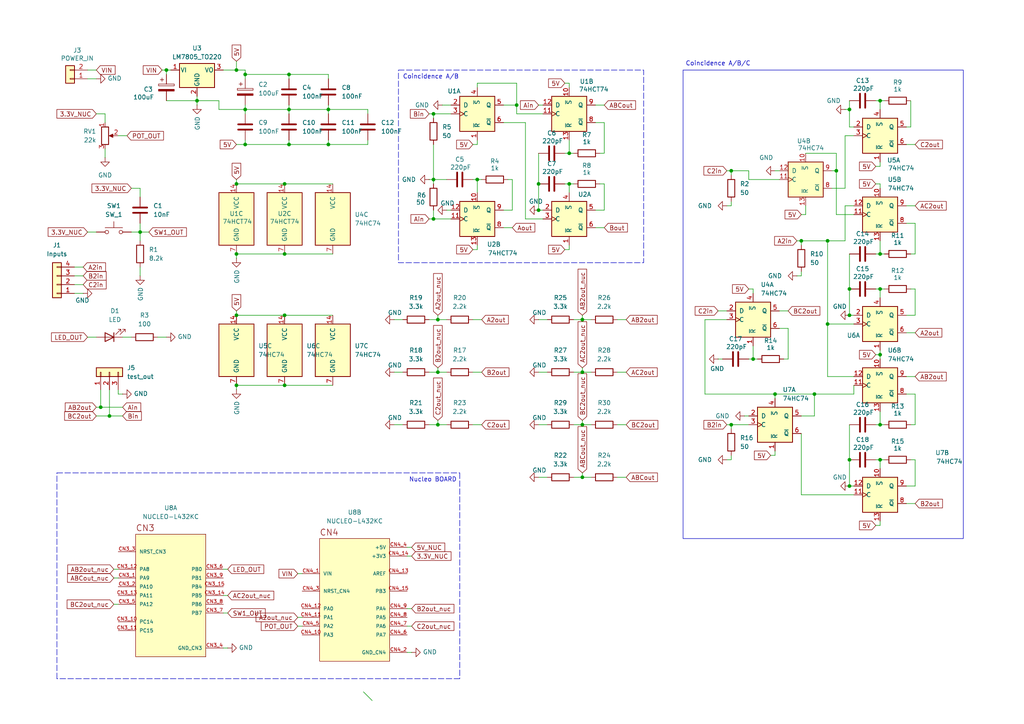
<source format=kicad_sch>
(kicad_sch (version 20231120) (generator "eeschema") (generator_version "8.0")
  (paper "A4")
  (junction (at 156.21 53.34))
  (junction (at 83.82 31.75))
  (junction (at 138.43 52.07))
  (junction (at 246.38 31.75))
  (junction (at 232.41 69.85))
  (junction (at 57.15 29.21))
  (junction (at 48.26 20.32))
  (junction (at 127 92.71))
  (junction (at 240.03 69.85))
  (junction (at 82.55 53.34))
  (junction (at 68.58 111.76))
  (junction (at 236.22 114.3))
  (junction (at 246.38 133.35))
  (junction (at 82.55 73.66))
  (junction (at 240.03 93.98))
  (junction (at 83.82 21.59))
  (junction (at 168.91 123.19))
  (junction (at 127 107.95))
  (junction (at 68.58 73.66))
  (junction (at 71.12 31.75))
  (junction (at 83.82 41.91))
  (junction (at 125.73 33.02))
  (junction (at 82.55 91.44))
  (junction (at 212.09 49.53))
  (junction (at 156.21 60.96))
  (junction (at 125.73 52.07))
  (junction (at 68.58 20.32))
  (junction (at 255.27 123.19))
  (junction (at 82.55 111.76))
  (junction (at 255.27 102.87))
  (junction (at 95.25 41.91))
  (junction (at 224.79 114.3))
  (junction (at 29.21 118.11))
  (junction (at 165.1 53.34))
  (junction (at 165.1 44.45))
  (junction (at 168.91 107.95))
  (junction (at 246.38 140.97))
  (junction (at 68.58 53.34))
  (junction (at 125.73 63.5))
  (junction (at 255.27 83.82))
  (junction (at 31.75 120.65))
  (junction (at 71.12 21.59))
  (junction (at 68.58 91.44))
  (junction (at 246.38 91.44))
  (junction (at 127 123.19))
  (junction (at 255.27 133.35))
  (junction (at 71.12 41.91))
  (junction (at 218.44 104.14))
  (junction (at 40.64 67.31))
  (junction (at 168.91 92.71))
  (junction (at 246.38 83.82))
  (junction (at 255.27 73.66))
  (junction (at 95.25 31.75))
  (junction (at 149.86 30.48))
  (junction (at 168.91 138.43))
  (junction (at 255.27 29.21))
  (junction (at 212.09 123.19))
  (junction (at 242.57 49.53))
  (bus_entry (at 105.41 200.66) (size 2.54 2.54))
  (wire (pts (xy 95.25 31.75) (xy 95.25 30.48)))
  (wire (pts (xy 82.55 91.44) (xy 96.52 91.44)))
  (wire (pts (xy 255.27 123.19) (xy 256.54 123.19)))
  (wire (pts (xy 127 107.95) (xy 129.54 107.95)))
  (wire (pts (xy 232.41 78.74) (xy 232.41 80.01)))
  (wire (pts (xy 247.65 114.3) (xy 247.65 111.76)))
  (wire (pts (xy 262.89 64.77) (xy 265.43 64.77)))
  (wire (pts (xy 68.58 41.91) (xy 71.12 41.91)))
  (wire (pts (xy 255.27 29.21) (xy 255.27 31.75)))
  (wire (pts (xy 118.11 176.53) (xy 119.38 176.53)))
  (wire (pts (xy 232.41 120.65) (xy 236.22 120.65)))
  (wire (pts (xy 163.83 44.45) (xy 165.1 44.45)))
  (wire (pts (xy 149.86 33.02) (xy 157.48 33.02)))
  (wire (pts (xy 264.16 36.83) (xy 262.89 36.83)))
  (wire (pts (xy 212.09 123.19) (xy 217.17 123.19)))
  (wire (pts (xy 245.11 54.61) (xy 245.11 39.37)))
  (wire (pts (xy 156.21 107.95) (xy 158.75 107.95)))
  (wire (pts (xy 68.58 17.78) (xy 68.58 20.32)))
  (wire (pts (xy 223.52 132.08) (xy 224.79 132.08)))
  (wire (pts (xy 82.55 73.66) (xy 96.52 73.66)))
  (wire (pts (xy 247.65 36.83) (xy 246.38 36.83)))
  (wire (pts (xy 255.27 73.66) (xy 256.54 73.66)))
  (wire (pts (xy 33.02 165.1) (xy 34.29 165.1)))
  (wire (pts (xy 264.16 133.35) (xy 265.43 133.35)))
  (wire (pts (xy 71.12 31.75) (xy 63.5 31.75)))
  (wire (pts (xy 232.41 62.23) (xy 233.68 62.23)))
  (wire (pts (xy 210.82 59.69) (xy 212.09 59.69)))
  (wire (pts (xy 166.37 123.19) (xy 168.91 123.19)))
  (wire (pts (xy 217.17 52.07) (xy 226.06 52.07)))
  (wire (pts (xy 168.91 138.43) (xy 171.45 138.43)))
  (wire (pts (xy 138.43 52.07) (xy 138.43 55.88)))
  (wire (pts (xy 215.9 120.65) (xy 217.17 120.65)))
  (wire (pts (xy 82.55 53.34) (xy 96.52 53.34)))
  (wire (pts (xy 262.89 146.05) (xy 265.43 146.05)))
  (wire (pts (xy 38.1 67.31) (xy 40.64 67.31)))
  (wire (pts (xy 68.58 91.44) (xy 82.55 91.44)))
  (wire (pts (xy 204.47 114.3) (xy 204.47 92.71)))
  (wire (pts (xy 168.91 121.92) (xy 168.91 123.19)))
  (wire (pts (xy 129.54 60.96) (xy 130.81 60.96)))
  (wire (pts (xy 63.5 29.21) (xy 57.15 29.21)))
  (wire (pts (xy 247.65 109.22) (xy 240.03 109.22)))
  (wire (pts (xy 68.58 111.76) (xy 68.58 113.03)))
  (wire (pts (xy 114.3 123.19) (xy 116.84 123.19)))
  (wire (pts (xy 165.1 44.45) (xy 166.37 44.45)))
  (wire (pts (xy 125.73 53.34) (xy 125.73 52.07)))
  (wire (pts (xy 86.36 166.37) (xy 87.63 166.37)))
  (wire (pts (xy 204.47 92.71) (xy 210.82 92.71)))
  (wire (pts (xy 27.94 33.02) (xy 30.48 33.02)))
  (wire (pts (xy 226.06 90.17) (xy 228.6 90.17)))
  (wire (pts (xy 246.38 91.44) (xy 246.38 83.82)))
  (wire (pts (xy 125.73 41.91) (xy 125.73 52.07)))
  (wire (pts (xy 227.33 104.14) (xy 228.6 104.14)))
  (wire (pts (xy 25.4 67.31) (xy 27.94 67.31)))
  (wire (pts (xy 63.5 31.75) (xy 63.5 29.21)))
  (wire (pts (xy 262.89 96.52) (xy 265.43 96.52)))
  (wire (pts (xy 146.05 60.96) (xy 148.59 60.96)))
  (wire (pts (xy 68.58 53.34) (xy 82.55 53.34)))
  (wire (pts (xy 173.99 44.45) (xy 175.26 44.45)))
  (wire (pts (xy 255.27 53.34) (xy 255.27 54.61)))
  (wire (pts (xy 118.11 161.29) (xy 119.38 161.29)))
  (wire (pts (xy 247.65 91.44) (xy 246.38 91.44)))
  (wire (pts (xy 83.82 31.75) (xy 83.82 30.48)))
  (wire (pts (xy 242.57 44.45) (xy 242.57 49.53)))
  (wire (pts (xy 245.11 31.75) (xy 246.38 31.75)))
  (wire (pts (xy 172.72 30.48) (xy 175.26 30.48)))
  (wire (pts (xy 64.77 20.32) (xy 68.58 20.32)))
  (wire (pts (xy 212.09 49.53) (xy 212.09 50.8)))
  (wire (pts (xy 127 106.68) (xy 127 107.95)))
  (wire (pts (xy 210.82 49.53) (xy 212.09 49.53)))
  (wire (pts (xy 236.22 114.3) (xy 236.22 120.65)))
  (wire (pts (xy 106.68 41.91) (xy 95.25 41.91)))
  (wire (pts (xy 152.4 35.56) (xy 152.4 63.5)))
  (wire (pts (xy 156.21 123.19) (xy 158.75 123.19)))
  (wire (pts (xy 27.94 118.11) (xy 29.21 118.11)))
  (wire (pts (xy 218.44 83.82) (xy 218.44 85.09)))
  (wire (pts (xy 125.73 60.96) (xy 125.73 63.5)))
  (wire (pts (xy 118.11 158.75) (xy 119.38 158.75)))
  (wire (pts (xy 156.21 60.96) (xy 157.48 60.96)))
  (wire (pts (xy 254 102.87) (xy 255.27 102.87)))
  (wire (pts (xy 34.29 114.3) (xy 35.56 114.3)))
  (wire (pts (xy 255.27 48.26) (xy 255.27 46.99)))
  (wire (pts (xy 264.16 123.19) (xy 265.43 123.19)))
  (wire (pts (xy 254 73.66) (xy 255.27 73.66)))
  (wire (pts (xy 245.11 59.69) (xy 245.11 69.85)))
  (wire (pts (xy 38.1 54.61) (xy 40.64 54.61)))
  (wire (pts (xy 212.09 123.19) (xy 212.09 124.46)))
  (wire (pts (xy 127 123.19) (xy 129.54 123.19)))
  (wire (pts (xy 125.73 52.07) (xy 129.54 52.07)))
  (wire (pts (xy 125.73 63.5) (xy 130.81 63.5)))
  (wire (pts (xy 71.12 31.75) (xy 83.82 31.75)))
  (wire (pts (xy 68.58 73.66) (xy 82.55 73.66)))
  (wire (pts (xy 246.38 140.97) (xy 247.65 140.97)))
  (wire (pts (xy 165.1 72.39) (xy 165.1 71.12)))
  (wire (pts (xy 137.16 41.91) (xy 138.43 41.91)))
  (wire (pts (xy 264.16 29.21) (xy 264.16 36.83)))
  (wire (pts (xy 114.3 107.95) (xy 116.84 107.95)))
  (wire (pts (xy 232.41 69.85) (xy 232.41 71.12)))
  (wire (pts (xy 83.82 31.75) (xy 83.82 33.02)))
  (wire (pts (xy 82.55 111.76) (xy 96.52 111.76)))
  (wire (pts (xy 138.43 24.13) (xy 138.43 25.4)))
  (wire (pts (xy 254 123.19) (xy 255.27 123.19)))
  (wire (pts (xy 246.38 123.19) (xy 246.38 133.35)))
  (wire (pts (xy 25.4 97.79) (xy 27.94 97.79)))
  (wire (pts (xy 262.89 140.97) (xy 265.43 140.97)))
  (wire (pts (xy 179.07 92.71) (xy 181.61 92.71)))
  (wire (pts (xy 255.27 83.82) (xy 255.27 86.36)))
  (wire (pts (xy 166.37 92.71) (xy 168.91 92.71)))
  (wire (pts (xy 262.89 59.69) (xy 265.43 59.69)))
  (wire (pts (xy 138.43 72.39) (xy 138.43 71.12)))
  (wire (pts (xy 231.14 69.85) (xy 232.41 69.85)))
  (wire (pts (xy 127 121.92) (xy 127 123.19)))
  (wire (pts (xy 212.09 133.35) (xy 212.09 132.08)))
  (wire (pts (xy 118.11 181.61) (xy 119.38 181.61)))
  (wire (pts (xy 241.3 49.53) (xy 242.57 49.53)))
  (wire (pts (xy 228.6 95.25) (xy 228.6 104.14)))
  (wire (pts (xy 232.41 80.01) (xy 231.14 80.01)))
  (wire (pts (xy 124.46 123.19) (xy 127 123.19)))
  (wire (pts (xy 27.94 120.65) (xy 31.75 120.65)))
  (wire (pts (xy 245.11 39.37) (xy 247.65 39.37)))
  (wire (pts (xy 146.05 30.48) (xy 149.86 30.48)))
  (wire (pts (xy 255.27 133.35) (xy 255.27 135.89)))
  (wire (pts (xy 246.38 133.35) (xy 246.38 140.97)))
  (wire (pts (xy 86.36 179.07) (xy 87.63 179.07)))
  (wire (pts (xy 137.16 52.07) (xy 138.43 52.07)))
  (wire (pts (xy 137.16 107.95) (xy 139.7 107.95)))
  (wire (pts (xy 240.03 93.98) (xy 240.03 69.85)))
  (wire (pts (xy 233.68 59.69) (xy 233.68 62.23)))
  (wire (pts (xy 156.21 53.34) (xy 156.21 60.96)))
  (wire (pts (xy 127 92.71) (xy 129.54 92.71)))
  (wire (pts (xy 33.02 175.26) (xy 34.29 175.26)))
  (wire (pts (xy 64.77 172.72) (xy 66.04 172.72)))
  (wire (pts (xy 165.1 24.13) (xy 165.1 25.4)))
  (wire (pts (xy 168.91 92.71) (xy 171.45 92.71)))
  (wire (pts (xy 149.86 30.48) (xy 149.86 33.02)))
  (wire (pts (xy 247.65 93.98) (xy 240.03 93.98)))
  (wire (pts (xy 125.73 33.02) (xy 130.81 33.02)))
  (wire (pts (xy 29.21 113.03) (xy 29.21 118.11)))
  (wire (pts (xy 166.37 138.43) (xy 168.91 138.43)))
  (wire (pts (xy 139.7 52.07) (xy 138.43 52.07)))
  (wire (pts (xy 95.25 41.91) (xy 83.82 41.91)))
  (wire (pts (xy 34.29 39.37) (xy 36.83 39.37)))
  (wire (pts (xy 218.44 100.33) (xy 218.44 104.14)))
  (wire (pts (xy 217.17 49.53) (xy 212.09 49.53)))
  (wire (pts (xy 40.64 54.61) (xy 40.64 57.15)))
  (wire (pts (xy 210.82 133.35) (xy 212.09 133.35)))
  (wire (pts (xy 255.27 29.21) (xy 256.54 29.21)))
  (wire (pts (xy 57.15 29.21) (xy 57.15 30.48)))
  (wire (pts (xy 245.11 69.85) (xy 240.03 69.85)))
  (wire (pts (xy 68.58 111.76) (xy 82.55 111.76)))
  (wire (pts (xy 68.58 73.66) (xy 68.58 74.93)))
  (wire (pts (xy 30.48 43.18) (xy 30.48 45.72)))
  (wire (pts (xy 40.64 77.47) (xy 40.64 80.01)))
  (wire (pts (xy 95.25 21.59) (xy 83.82 21.59)))
  (wire (pts (xy 254 152.4) (xy 255.27 152.4)))
  (wire (pts (xy 212.09 59.69) (xy 212.09 58.42)))
  (wire (pts (xy 31.75 120.65) (xy 35.56 120.65)))
  (wire (pts (xy 240.03 93.98) (xy 240.03 109.22)))
  (wire (pts (xy 172.72 66.04) (xy 175.26 66.04)))
  (wire (pts (xy 224.79 132.08) (xy 224.79 130.81)))
  (wire (pts (xy 224.79 49.53) (xy 226.06 49.53)))
  (wire (pts (xy 262.89 91.44) (xy 265.43 91.44)))
  (wire (pts (xy 137.16 72.39) (xy 138.43 72.39)))
  (wire (pts (xy 125.73 33.02) (xy 125.73 34.29)))
  (wire (pts (xy 21.59 77.47) (xy 24.13 77.47)))
  (wire (pts (xy 125.73 52.07) (xy 124.46 52.07)))
  (wire (pts (xy 29.21 118.11) (xy 35.56 118.11)))
  (polyline (pts (xy 16.51 137.16) (xy 133.35 137.16)) (stroke (width 0) (type dash)))
  (wire (pts (xy 95.25 22.86) (xy 95.25 21.59)))
  (wire (pts (xy 83.82 41.91) (xy 71.12 41.91)))
  (wire (pts (xy 148.59 60.96) (xy 148.59 52.07)))
  (wire (pts (xy 71.12 21.59) (xy 71.12 22.86)))
  (wire (pts (xy 163.83 24.13) (xy 165.1 24.13)))
  (wire (pts (xy 95.25 31.75) (xy 95.25 33.02)))
  (wire (pts (xy 246.38 31.75) (xy 246.38 36.83)))
  (wire (pts (xy 64.77 165.1) (xy 66.04 165.1)))
  (wire (pts (xy 254 83.82) (xy 255.27 83.82)))
  (wire (pts (xy 34.29 113.03) (xy 34.29 114.3)))
  (wire (pts (xy 68.58 90.17) (xy 68.58 91.44)))
  (wire (pts (xy 146.05 66.04) (xy 148.59 66.04)))
  (wire (pts (xy 173.99 53.34) (xy 175.26 53.34)))
  (wire (pts (xy 255.27 69.85) (xy 255.27 73.66)))
  (wire (pts (xy 21.59 82.55) (xy 24.13 82.55)))
  (wire (pts (xy 40.64 67.31) (xy 40.64 64.77)))
  (wire (pts (xy 86.36 181.61) (xy 87.63 181.61)))
  (wire (pts (xy 124.46 33.02) (xy 125.73 33.02)))
  (wire (pts (xy 265.43 91.44) (xy 265.43 83.82)))
  (wire (pts (xy 156.21 44.45) (xy 156.21 53.34)))
  (wire (pts (xy 106.68 40.64) (xy 106.68 41.91)))
  (wire (pts (xy 241.3 54.61) (xy 245.11 54.61)))
  (wire (pts (xy 262.89 109.22) (xy 265.43 109.22)))
  (wire (pts (xy 217.17 52.07) (xy 217.17 49.53)))
  (wire (pts (xy 127 91.44) (xy 127 92.71)))
  (wire (pts (xy 236.22 114.3) (xy 224.79 114.3)))
  (wire (pts (xy 33.02 167.64) (xy 34.29 167.64)))
  (wire (pts (xy 217.17 83.82) (xy 218.44 83.82)))
  (wire (pts (xy 254 53.34) (xy 255.27 53.34)))
  (wire (pts (xy 71.12 31.75) (xy 71.12 33.02)))
  (wire (pts (xy 48.26 29.21) (xy 57.15 29.21)))
  (wire (pts (xy 156.21 30.48) (xy 157.48 30.48)))
  (wire (pts (xy 106.68 31.75) (xy 95.25 31.75)))
  (wire (pts (xy 255.27 119.38) (xy 255.27 123.19)))
  (wire (pts (xy 256.54 133.35) (xy 255.27 133.35)))
  (wire (pts (xy 254 29.21) (xy 255.27 29.21)))
  (wire (pts (xy 210.82 123.19) (xy 212.09 123.19)))
  (wire (pts (xy 114.3 92.71) (xy 116.84 92.71)))
  (wire (pts (xy 175.26 35.56) (xy 172.72 35.56)))
  (wire (pts (xy 35.56 97.79) (xy 38.1 97.79)))
  (wire (pts (xy 217.17 104.14) (xy 218.44 104.14)))
  (wire (pts (xy 265.43 64.77) (xy 265.43 73.66)))
  (wire (pts (xy 175.26 44.45) (xy 175.26 35.56)))
  (wire (pts (xy 208.28 104.14) (xy 209.55 104.14)))
  (wire (pts (xy 68.58 52.07) (xy 68.58 53.34)))
  (wire (pts (xy 124.46 107.95) (xy 127 107.95)))
  (wire (pts (xy 255.27 102.87) (xy 255.27 101.6)))
  (wire (pts (xy 236.22 114.3) (xy 247.65 114.3)))
  (wire (pts (xy 148.59 52.07) (xy 147.32 52.07)))
  (wire (pts (xy 226.06 95.25) (xy 228.6 95.25)))
  (wire (pts (xy 265.43 114.3) (xy 265.43 123.19)))
  (wire (pts (xy 46.99 20.32) (xy 48.26 20.32)))
  (wire (pts (xy 255.27 152.4) (xy 255.27 151.13)))
  (wire (pts (xy 21.59 80.01) (xy 24.13 80.01)))
  (wire (pts (xy 264.16 73.66) (xy 265.43 73.66)))
  (wire (pts (xy 242.57 49.53) (xy 242.57 62.23)))
  (wire (pts (xy 165.1 40.64) (xy 165.1 44.45)))
  (wire (pts (xy 30.48 33.02) (xy 30.48 35.56)))
  (wire (pts (xy 218.44 104.14) (xy 219.71 104.14)))
  (wire (pts (xy 254 48.26) (xy 255.27 48.26)))
  (wire (pts (xy 246.38 29.21) (xy 246.38 31.75)))
  (wire (pts (xy 118.11 189.23) (xy 119.38 189.23)))
  (wire (pts (xy 247.65 143.51) (xy 232.41 143.51)))
  (wire (pts (xy 233.68 44.45) (xy 242.57 44.45)))
  (wire (pts (xy 128.27 30.48) (xy 130.81 30.48)))
  (wire (pts (xy 264.16 83.82) (xy 265.43 83.82)))
  (wire (pts (xy 31.75 120.65) (xy 31.75 113.03)))
  (wire (pts (xy 48.26 20.32) (xy 48.26 21.59)))
  (wire (pts (xy 179.07 123.19) (xy 181.61 123.19)))
  (wire (pts (xy 254 133.35) (xy 255.27 133.35)))
  (wire (pts (xy 246.38 73.66) (xy 246.38 83.82)))
  (wire (pts (xy 168.91 91.44) (xy 168.91 92.71)))
  (wire (pts (xy 156.21 92.71) (xy 158.75 92.71)))
  (wire (pts (xy 168.91 137.16) (xy 168.91 138.43)))
  (wire (pts (xy 152.4 35.56) (xy 146.05 35.56)))
  (wire (pts (xy 265.43 140.97) (xy 265.43 133.35)))
  (wire (pts (xy 71.12 40.64) (xy 71.12 41.91)))
  (wire (pts (xy 95.25 40.64) (xy 95.25 41.91)))
  (wire (pts (xy 71.12 21.59) (xy 83.82 21.59)))
  (wire (pts (xy 149.86 30.48) (xy 149.86 24.13)))
  (wire (pts (xy 64.77 187.96) (xy 66.04 187.96)))
  (wire (pts (xy 25.4 22.86) (xy 27.94 22.86)))
  (wire (pts (xy 124.46 92.71) (xy 127 92.71)))
  (wire (pts (xy 240.03 69.85) (xy 232.41 69.85)))
  (wire (pts (xy 83.82 31.75) (xy 95.25 31.75)))
  (wire (pts (xy 166.37 107.95) (xy 168.91 107.95)))
  (wire (pts (xy 179.07 138.43) (xy 181.61 138.43)))
  (wire (pts (xy 71.12 20.32) (xy 71.12 21.59)))
  (polyline (pts (xy 16.51 196.85) (xy 16.51 137.16)) (stroke (width 0) (type dash)))
  (wire (pts (xy 175.26 53.34) (xy 175.26 60.96)))
  (wire (pts (xy 40.64 67.31) (xy 43.18 67.31)))
  (wire (pts (xy 157.48 63.5) (xy 152.4 63.5)))
  (polyline (pts (xy 133.35 137.16) (xy 133.35 196.85)) (stroke (width 0) (type dash)))
  (wire (pts (xy 247.65 59.69) (xy 245.11 59.69)))
  (wire (pts (xy 71.12 30.48) (xy 71.12 31.75)))
  (wire (pts (xy 163.83 53.34) (xy 165.1 53.34)))
  (wire (pts (xy 166.37 53.34) (xy 165.1 53.34)))
  (wire (pts (xy 149.86 24.13) (xy 138.43 24.13)))
  (wire (pts (xy 48.26 20.32) (xy 49.53 20.32)))
  (wire (pts (xy 156.21 138.43) (xy 158.75 138.43)))
  (wire (pts (xy 138.43 41.91) (xy 138.43 40.64)))
  (wire (pts (xy 168.91 123.19) (xy 171.45 123.19)))
  (wire (pts (xy 256.54 83.82) (xy 255.27 83.82)))
  (wire (pts (xy 83.82 22.86) (xy 83.82 21.59)))
  (wire (pts (xy 262.89 41.91) (xy 265.43 41.91)))
  (wire (pts (xy 168.91 107.95) (xy 171.45 107.95)))
  (wire (pts (xy 232.41 143.51) (xy 232.41 125.73)))
  (wire (pts (xy 124.46 63.5) (xy 125.73 63.5)))
  (wire (pts (xy 224.79 114.3) (xy 224.79 115.57)))
  (wire (pts (xy 45.72 97.79) (xy 48.26 97.79)))
  (wire (pts (xy 137.16 92.71) (xy 139.7 92.71)))
  (wire (pts (xy 262.89 114.3) (xy 265.43 114.3)))
  (wire (pts (xy 168.91 106.68) (xy 168.91 107.95)))
  (wire (pts (xy 208.28 90.17) (xy 210.82 90.17)))
  (polyline (pts (xy 133.35 196.85) (xy 16.51 196.85)) (stroke (width 0) (type dash)))
  (wire (pts (xy 137.16 123.19) (xy 139.7 123.19)))
  (wire (pts (xy 165.1 53.34) (xy 165.1 55.88)))
  (wire (pts (xy 25.4 20.32) (xy 27.94 20.32)))
  (wire (pts (xy 175.26 60.96) (xy 172.72 60.96)))
  (wire (pts (xy 57.15 27.94) (xy 57.15 29.21)))
  (wire (pts (xy 224.79 114.3) (xy 204.47 114.3)))
  (wire (pts (xy 40.64 67.31) (xy 40.64 69.85)))
  (wire (pts (xy 83.82 40.64) (xy 83.82 41.91)))
  (wire (pts (xy 255.27 102.87) (xy 255.27 104.14)))
  (wire (pts (xy 242.57 62.23) (xy 247.65 62.23)))
  (wire (pts (xy 68.58 20.32) (xy 71.12 20.32)))
  (wire (pts (xy 64.77 177.8) (xy 66.04 177.8)))
  (wire (pts (xy 106.68 33.02) (xy 106.68 31.75)))
  (wire (pts (xy 163.83 72.39) (xy 165.1 72.39)))
  (wire (pts (xy 21.59 85.09) (xy 24.13 85.09)))
  (wire (pts (xy 179.07 107.95) (xy 181.61 107.95)))
  (rectangle (start 115.57 20.32) (end 186.69 76.2) (stroke (width 0) (type dash)))
  (rectangle (start 198.12 20.32) (end 279.4 156.21))
  (text "Coincidence A/B" (at 124.968 22.352 0) (effects (font (size 1.27 1.27))))
  (text "Coincidence A/B/C" (at 208.28 18.542 0) (effects (font (size 1.27 1.27))))
  (text "Nucleo BOARD" (at 118.618 139.954 0) (effects (font (size 1.27 1.27)) (justify left bottom)))
  (global_label "A2in" (shape input) (at 24.13 77.47 0) (property "Intersheetrefs" "${INTERSHEET_REFS}" (effects (hide yes))))
  (global_label "C2out_nuc" (shape input) (at 119.38 181.61 0) (property "Intersheetrefs" "${INTERSHEET_REFS}" (effects (hide yes))))
  (global_label "A2out" (shape input) (at 139.7 92.71 0) (property "Intersheetrefs" "${INTERSHEET_REFS}" (effects (hide yes))))
  (global_label "BC2out_nuc" (shape input) (at 33.02 175.26 180) (property "Intersheetrefs" "${INTERSHEET_REFS}" (effects (hide yes))))
  (global_label "5V" (shape input) (at 254 152.4 180) (property "Intersheetrefs" "${INTERSHEET_REFS}" (effects (hide yes))))
  (global_label "Bin" (shape input) (at 124.46 33.02 180) (property "Intersheetrefs" "${INTERSHEET_REFS}" (effects (hide yes))))
  (global_label "B2out_nuc" (shape input) (at 127 106.68 90) (property "Intersheetrefs" "${INTERSHEET_REFS}" (effects (hide yes))))
  (global_label "B2in" (shape input) (at 210.82 123.19 180) (property "Intersheetrefs" "${INTERSHEET_REFS}" (effects (hide yes))))
  (global_label "A2out" (shape input) (at 265.43 96.52 0) (property "Intersheetrefs" "${INTERSHEET_REFS}" (effects (hide yes))))
  (global_label "VIN" (shape input) (at 27.94 20.32 0) (property "Intersheetrefs" "${INTERSHEET_REFS}" (effects (hide yes))))
  (global_label "SW1_OUT" (shape input) (at 43.18 67.31 0) (property "Intersheetrefs" "${INTERSHEET_REFS}" (effects (hide yes))))
  (global_label "B2out" (shape input) (at 265.43 146.05 0) (property "Intersheetrefs" "${INTERSHEET_REFS}" (effects (hide yes))))
  (global_label "AB2out" (shape input) (at 27.94 118.11 180) (property "Intersheetrefs" "${INTERSHEET_REFS}" (effects (hide yes))))
  (global_label "LED_OUT" (shape input) (at 25.4 97.79 180) (property "Intersheetrefs" "${INTERSHEET_REFS}" (effects (hide yes))))
  (global_label "5V" (shape input) (at 232.41 62.23 180) (property "Intersheetrefs" "${INTERSHEET_REFS}" (effects (hide yes))))
  (global_label "C2in" (shape input) (at 24.13 82.55 0) (property "Intersheetrefs" "${INTERSHEET_REFS}" (effects (hide yes))))
  (global_label "Ain" (shape input) (at 124.46 63.5 180) (property "Intersheetrefs" "${INTERSHEET_REFS}" (effects (hide yes))))
  (global_label "AB2out" (shape input) (at 265.43 109.22 0) (property "Intersheetrefs" "${INTERSHEET_REFS}" (effects (hide yes))))
  (global_label "ABCout_nuc" (shape input) (at 33.02 167.64 180) (property "Intersheetrefs" "${INTERSHEET_REFS}" (effects (hide yes))))
  (global_label "3.3V_NUC" (shape input) (at 38.1 54.61 180) (property "Intersheetrefs" "${INTERSHEET_REFS}" (effects (hide yes))))
  (global_label "POT_OUT" (shape input) (at 36.83 39.37 0) (property "Intersheetrefs" "${INTERSHEET_REFS}" (effects (hide yes))))
  (global_label "3.3V_NUC" (shape input) (at 119.38 161.29 0) (property "Intersheetrefs" "${INTERSHEET_REFS}" (effects (hide yes))))
  (global_label "5V" (shape input) (at 254 102.87 180) (property "Intersheetrefs" "${INTERSHEET_REFS}" (effects (hide yes))))
  (global_label "Ain" (shape input) (at 35.56 118.11 0) (property "Intersheetrefs" "${INTERSHEET_REFS}" (effects (hide yes))))
  (global_label "5V" (shape input) (at 137.16 41.91 180) (property "Intersheetrefs" "${INTERSHEET_REFS}" (effects (hide yes))))
  (global_label "5V" (shape input) (at 254 48.26 180) (property "Intersheetrefs" "${INTERSHEET_REFS}" (effects (hide yes))))
  (global_label "C2out" (shape input) (at 265.43 41.91 0) (property "Intersheetrefs" "${INTERSHEET_REFS}" (effects (hide yes))))
  (global_label "C2out_nuc" (shape input) (at 127 121.92 90) (property "Intersheetrefs" "${INTERSHEET_REFS}" (effects (hide yes))))
  (global_label "Ain" (shape input) (at 156.21 30.48 180) (property "Intersheetrefs" "${INTERSHEET_REFS}" (effects (hide yes))))
  (global_label "ABCout_nuc" (shape input) (at 168.91 137.16 90) (property "Intersheetrefs" "${INTERSHEET_REFS}" (effects (hide yes))))
  (global_label "C2in" (shape input) (at 208.28 90.17 180) (property "Intersheetrefs" "${INTERSHEET_REFS}" (effects (hide yes))))
  (global_label "VIN" (shape input) (at 46.99 20.32 180) (property "Intersheetrefs" "${INTERSHEET_REFS}" (effects (hide yes))))
  (global_label "AB2out_nuc" (shape input) (at 168.91 91.44 90) (property "Intersheetrefs" "${INTERSHEET_REFS}" (effects (hide yes))))
  (global_label "5V" (shape input) (at 68.58 52.07 90) (property "Intersheetrefs" "${INTERSHEET_REFS}" (effects (hide yes))))
  (global_label "A2out_nuc" (shape input) (at 127 91.44 90) (property "Intersheetrefs" "${INTERSHEET_REFS}" (effects (hide yes))))
  (global_label "A2in" (shape input) (at 231.14 69.85 180) (property "Intersheetrefs" "${INTERSHEET_REFS}" (effects (hide yes))))
  (global_label "5V" (shape input) (at 217.17 83.82 180) (property "Intersheetrefs" "${INTERSHEET_REFS}" (effects (hide yes))))
  (global_label "B2out" (shape input) (at 139.7 107.95 0) (property "Intersheetrefs" "${INTERSHEET_REFS}" (effects (hide yes))))
  (global_label "5V" (shape input) (at 68.58 90.17 90) (property "Intersheetrefs" "${INTERSHEET_REFS}" (effects (hide yes))))
  (global_label "ABCout" (shape input) (at 175.26 30.48 0) (property "Intersheetrefs" "${INTERSHEET_REFS}" (effects (hide yes))))
  (global_label "AB2out_nuc" (shape input) (at 33.02 165.1 180) (property "Intersheetrefs" "${INTERSHEET_REFS}" (effects (hide yes))))
  (global_label "5V_NUC" (shape input) (at 119.38 158.75 0) (property "Intersheetrefs" "${INTERSHEET_REFS}" (effects (hide yes))))
  (global_label "BC2out" (shape input) (at 228.6 90.17 0) (property "Intersheetrefs" "${INTERSHEET_REFS}" (effects (hide yes))))
  (global_label "C2in" (shape input) (at 210.82 49.53 180) (property "Intersheetrefs" "${INTERSHEET_REFS}" (effects (hide yes))))
  (global_label "5V" (shape input) (at 254 53.34 180) (property "Intersheetrefs" "${INTERSHEET_REFS}" (effects (hide yes))))
  (global_label "Bin" (shape input) (at 35.56 120.65 0) (property "Intersheetrefs" "${INTERSHEET_REFS}" (effects (hide yes))))
  (global_label "B2in" (shape input) (at 24.13 80.01 0) (property "Intersheetrefs" "${INTERSHEET_REFS}" (effects (hide yes))))
  (global_label "BC2out" (shape input) (at 27.94 120.65 180) (property "Intersheetrefs" "${INTERSHEET_REFS}" (effects (hide yes))))
  (global_label "5V" (shape input) (at 163.83 24.13 180) (property "Intersheetrefs" "${INTERSHEET_REFS}" (effects (hide yes))))
  (global_label "Bout" (shape input) (at 175.26 66.04 0) (property "Intersheetrefs" "${INTERSHEET_REFS}" (effects (hide yes))))
  (global_label "5V" (shape input) (at 163.83 72.39 180) (property "Intersheetrefs" "${INTERSHEET_REFS}" (effects (hide yes))))
  (global_label "AC2out_nuc" (shape input) (at 168.91 106.68 90) (property "Intersheetrefs" "${INTERSHEET_REFS}" (effects (hide yes))))
  (global_label "3.3V_NUC" (shape input) (at 25.4 67.31 180) (property "Intersheetrefs" "${INTERSHEET_REFS}" (effects (hide yes))))
  (global_label "POT_OUT" (shape input) (at 86.36 181.61 180) (property "Intersheetrefs" "${INTERSHEET_REFS}" (effects (hide yes))))
  (global_label "5V" (shape input) (at 137.16 72.39 180) (property "Intersheetrefs" "${INTERSHEET_REFS}" (effects (hide yes))))
  (global_label "BC2out" (shape input) (at 181.61 123.19 0) (property "Intersheetrefs" "${INTERSHEET_REFS}" (effects (hide yes))))
  (global_label "AB2out" (shape input) (at 181.61 92.71 0) (property "Intersheetrefs" "${INTERSHEET_REFS}" (effects (hide yes))))
  (global_label "LED_OUT" (shape input) (at 66.04 165.1 0) (property "Intersheetrefs" "${INTERSHEET_REFS}" (effects (hide yes))))
  (global_label "AC2out" (shape input) (at 265.43 59.69 0) (property "Intersheetrefs" "${INTERSHEET_REFS}" (effects (hide yes))))
  (global_label "Aout" (shape input) (at 148.59 66.04 0) (property "Intersheetrefs" "${INTERSHEET_REFS}" (effects (hide yes))))
  (global_label "5V" (shape input) (at 68.58 17.78 90) (property "Intersheetrefs" "${INTERSHEET_REFS}" (effects (hide yes))))
  (global_label "SW1_OUT" (shape input) (at 66.04 177.8 0) (property "Intersheetrefs" "${INTERSHEET_REFS}" (effects (hide yes))))
  (global_label "AC2out" (shape input) (at 181.61 107.95 0) (property "Intersheetrefs" "${INTERSHEET_REFS}" (effects (hide yes))))
  (global_label "ABCout" (shape input) (at 181.61 138.43 0) (property "Intersheetrefs" "${INTERSHEET_REFS}" (effects (hide yes))))
  (global_label "5V" (shape input) (at 223.52 132.08 180) (property "Intersheetrefs" "${INTERSHEET_REFS}" (effects (hide yes))))
  (global_label "3.3V_NUC" (shape input) (at 27.94 33.02 180) (property "Intersheetrefs" "${INTERSHEET_REFS}" (effects (hide yes))))
  (global_label "BC2out_nuc" (shape input) (at 168.91 121.92 90) (property "Intersheetrefs" "${INTERSHEET_REFS}" (effects (hide yes))))
  (global_label "B2out_nuc" (shape input) (at 119.38 176.53 0) (property "Intersheetrefs" "${INTERSHEET_REFS}" (effects (hide yes))))
  (global_label "A2out_nuc" (shape input) (at 86.36 179.07 180) (property "Intersheetrefs" "${INTERSHEET_REFS}" (effects (hide yes))))
  (global_label "5V" (shape input) (at 68.58 41.91 180) (property "Intersheetrefs" "${INTERSHEET_REFS}" (effects (hide yes))))
  (global_label "VIN" (shape input) (at 86.36 166.37 180) (property "Intersheetrefs" "${INTERSHEET_REFS}" (effects (hide yes))))
  (global_label "C2out" (shape input) (at 139.7 123.19 0) (property "Intersheetrefs" "${INTERSHEET_REFS}" (effects (hide yes))))
  (global_label "AC2out_nuc" (shape input) (at 66.04 172.72 0) (property "Intersheetrefs" "${INTERSHEET_REFS}" (effects (hide yes))))
  (symbol (lib_id "Connector_Generic:Conn_01x02") (at 20.32 22.86 180) (unit 1)
    (property "Reference" "J3" (at 22.4028 14.605 0))
    (property "Value" "POWER_IN" (at 22.4028 16.9164 0))
    (property "Footprint" "TerminalBlock_Phoenix:TerminalBlock_Phoenix_MKDS-3-2-5.08_1x02_P5.08mm_Horizontal" (effects (hide yes)))
  )
  (symbol (lib_id "power:GND") (at 27.94 22.86 90) (unit 1)
    (property "Reference" "#PWR08" (effects (hide yes)))
    (property "Value" "GND" (at 31.1912 22.733 90) (effects (justify right)))
  )
  (symbol (lib_id "power:GND") (at 119.38 189.23 90) (unit 1)
    (property "Reference" "#PWR011" (effects (hide yes)))
    (property "Value" "GND" (at 122.6312 189.103 90) (effects (justify right)))
  )
  (symbol (lib_id "Device:R") (at 162.56 138.43 90) (unit 1)
    (property "Reference" "R22" (at 162.56 132.08 90))
    (property "Value" "3.3k" (at 162.56 134.62 90))
    (property "Footprint" "Resistor_THT:R_Axial_DIN0207_L6.3mm_D2.5mm_P10.16mm_Horizontal" (effects (hide yes)))
    (property "Description" "Resistor" (effects (hide yes)))
  )
  (symbol (lib_id "Device:R") (at 170.18 53.34 90) (unit 1)
    (property "Reference" "R8" (at 170.18 48.006 90))
    (property "Value" "1k" (at 170.18 50.038 90))
    (property "Footprint" "Resistor_THT:R_Axial_DIN0207_L6.3mm_D2.5mm_P10.16mm_Horizontal" (effects (hide yes)))
    (property "Description" "Resistor" (effects (hide yes)))
  )
  (symbol (lib_id "Device:C_Polarized") (at 48.26 25.4 0) (unit 1)
    (property "Reference" "C3" (at 41.656 25.908 0) (effects (justify left)))
    (property "Value" "100uF" (at 38.608 28.194 0) (effects (justify left)))
    (property "Footprint" "Capacitor_THT:CP_Radial_D6.3mm_P2.50mm" (effects (hide yes)))
    (property "Description" "Polarized capacitor" (effects (hide yes)))
  )
  (symbol (lib_id "power:GND") (at 24.13 85.09 90) (unit 1)
    (property "Reference" "#PWR026" (effects (hide yes)))
    (property "Value" "GND" (at 21.844 87.122 90) (effects (justify right)))
    (property "Description" "Power symbol creates a global label with name \"GND\" , ground" (effects (hide yes)))
  )
  (symbol (lib_id "74xx:74HC74") (at 96.52 63.5 0) (unit 3)
    (property "Reference" "U4" (at 102.87 62.2299 0) (effects (justify left)))
    (property "Value" "74HC74" (at 102.87 64.7699 0) (effects (justify left)))
    (property "Footprint" "Package_DIP:DIP-14_W7.62mm_Socket_LongPads" (effects (hide yes)))
    (property "Datasheet" "74xx/74hc_hct74.pdf" (effects (hide yes)))
    (property "Description" "Dual D Flip-flop, Set & Reset" (effects (hide yes)))
  )
  (symbol (lib_id "power:GND") (at 156.21 123.19 270) (unit 1)
    (property "Reference" "#PWR032" (effects (hide yes)))
    (property "Value" "GND" (at 158.496 121.158 90) (effects (justify right)))
    (property "Description" "Power symbol creates a global label with name \"GND\" , ground" (effects (hide yes)))
  )
  (symbol (lib_id "Device:R") (at 223.52 104.14 90) (unit 1)
    (property "Reference" "R14" (at 223.52 98.806 90))
    (property "Value" "1k" (at 223.52 100.838 90))
    (property "Footprint" "Resistor_THT:R_Axial_DIN0207_L6.3mm_D2.5mm_P10.16mm_Horizontal" (effects (hide yes)))
    (property "Description" "Resistor" (effects (hide yes)))
  )
  (symbol (lib_id "power:GND") (at 35.56 114.3 90) (unit 1)
    (property "Reference" "#PWR012" (effects (hide yes)))
    (property "Value" "GND" (at 38.8112 114.173 90) (effects (justify right)))
  )
  (symbol (lib_id "74xx:74HC74") (at 68.58 101.6 0) (unit 3)
    (property "Reference" "U5" (at 74.93 100.3299 0) (effects (justify left)))
    (property "Value" "74HC74" (at 74.93 102.8699 0) (effects (justify left)))
    (property "Footprint" "Package_DIP:DIP-14_W7.62mm_Socket_LongPads" (effects (hide yes)))
    (property "Datasheet" "74xx/74hc_hct74.pdf" (effects (hide yes)))
    (property "Description" "Dual D Flip-flop, Set & Reset" (effects (hide yes)))
  )
  (symbol (lib_id "Device:R") (at 175.26 92.71 90) (unit 1)
    (property "Reference" "R26" (at 175.26 86.36 90))
    (property "Value" "2.2k" (at 175.26 88.9 90))
    (property "Footprint" "Resistor_THT:R_Axial_DIN0207_L6.3mm_D2.5mm_P10.16mm_Horizontal" (effects (hide yes)))
    (property "Description" "Resistor" (effects (hide yes)))
  )
  (symbol (lib_id "Device:R") (at 143.51 52.07 90) (unit 1)
    (property "Reference" "R4" (at 143.51 46.736 90))
    (property "Value" "1k" (at 143.51 48.768 90))
    (property "Footprint" "Resistor_THT:R_Axial_DIN0207_L6.3mm_D2.5mm_P10.16mm_Horizontal" (effects (hide yes)))
    (property "Description" "Resistor" (effects (hide yes)))
  )
  (symbol (lib_id "NUCLEO-L432KC:NUCLEO-L432KC") (at 49.53 172.72 0) (unit 1)
    (property "Reference" "U8" (at 49.53 147.32 0))
    (property "Value" "NUCLEO-L432KC" (at 49.53 149.86 0))
    (property "Footprint" "NUCLEO_L432KC:MODULE_NUCLEO-L432KC" (effects (hide yes)))
    (property "PARTREV" "N/A" (effects (hide yes)))
    (property "STANDARD" "Manufacturer Recommendations" (effects (hide yes)))
    (property "MAXIMUM_PACKAGE_HEIGHT" "N/A" (effects (hide yes)))
    (property "MANUFACTURER" "ST Microelectronics" (effects (hide yes)))
  )
  (symbol (lib_id "power:GND") (at 57.15 30.48 0) (unit 1)
    (property "Reference" "#PWR010" (effects (hide yes)))
    (property "Value" "GND" (at 57.277 33.7312 90) (effects (justify right)))
  )
  (symbol (lib_id "power:GND") (at 114.3 92.71 270) (unit 1)
    (property "Reference" "#PWR027" (effects (hide yes)))
    (property "Value" "GND" (at 116.586 90.678 90) (effects (justify right)))
    (property "Description" "Power symbol creates a global label with name \"GND\" , ground" (effects (hide yes)))
  )
  (symbol (lib_id "power:GND") (at 114.3 107.95 270) (unit 1)
    (property "Reference" "#PWR024" (effects (hide yes)))
    (property "Value" "GND" (at 116.586 105.918 90) (effects (justify right)))
    (property "Description" "Power symbol creates a global label with name \"GND\" , ground" (effects (hide yes)))
  )
  (symbol (lib_id "power:GND") (at 246.38 140.97 270) (unit 1)
    (property "Reference" "#PWR021" (effects (hide yes)))
    (property "Value" "GND" (at 245.618 138.43 90) (effects (justify right)))
    (property "Description" "Power symbol creates a global label with name \"GND\" , ground" (effects (hide yes)))
  )
  (symbol (lib_id "power:GND") (at 129.54 60.96 270) (unit 1)
    (property "Reference" "#PWR06" (effects (hide yes)))
    (property "Value" "GND" (at 131.826 58.928 90) (effects (justify right)))
    (property "Description" "Power symbol creates a global label with name \"GND\" , ground" (effects (hide yes)))
  )
  (symbol (lib_id "Device:R") (at 133.35 107.95 90) (unit 1)
    (property "Reference" "R17" (at 133.35 101.6 90))
    (property "Value" "2.2k" (at 133.35 104.14 90))
    (property "Footprint" "Resistor_THT:R_Axial_DIN0207_L6.3mm_D2.5mm_P10.16mm_Horizontal" (effects (hide yes)))
    (property "Description" "Resistor" (effects (hide yes)))
  )
  (symbol (lib_id "power:GND") (at 128.27 30.48 270) (unit 1)
    (property "Reference" "#PWR02" (effects (hide yes)))
    (property "Value" "GND" (at 124.46 30.4799 90) (effects (justify right)))
    (property "Description" "Power symbol creates a global label with name \"GND\" , ground" (effects (hide yes)))
  )
  (symbol (lib_id "Device:R") (at 162.56 123.19 90) (unit 1)
    (property "Reference" "R29" (at 162.56 116.84 90))
    (property "Value" "3.3k" (at 162.56 119.38 90))
    (property "Footprint" "Resistor_THT:R_Axial_DIN0207_L6.3mm_D2.5mm_P10.16mm_Horizontal" (effects (hide yes)))
    (property "Description" "Resistor" (effects (hide yes)))
  )
  (symbol (lib_id "74xx:74HC74") (at 255.27 111.76 0) (unit 2)
    (property "Reference" "U6" (at 257.4641 101.6 0) (effects (justify left)))
    (property "Value" "74HC74" (at 257.4641 104.14 0) (effects (justify left)))
    (property "Footprint" "Package_DIP:DIP-14_W7.62mm_Socket_LongPads" (effects (hide yes)))
    (property "Datasheet" "74xx/74hc_hct74.pdf" (effects (hide yes)))
    (property "Description" "Dual D Flip-flop, Set & Reset" (effects (hide yes)))
  )
  (symbol (lib_id "Device:R") (at 175.26 123.19 90) (unit 1)
    (property "Reference" "R30" (at 175.26 116.84 90))
    (property "Value" "2.2k" (at 175.26 119.38 90))
    (property "Footprint" "Resistor_THT:R_Axial_DIN0207_L6.3mm_D2.5mm_P10.16mm_Horizontal" (effects (hide yes)))
    (property "Description" "Resistor" (effects (hide yes)))
  )
  (symbol (lib_id "Device:C_Polarized") (at 71.12 26.67 0) (unit 1)
    (property "Reference" "C2" (at 74.93 24.5109 0) (effects (justify left)))
    (property "Value" "100uF" (at 74.93 27.0509 0) (effects (justify left)))
    (property "Footprint" "Capacitor_THT:CP_Radial_D6.3mm_P2.50mm" (effects (hide yes)))
    (property "Description" "Polarized capacitor" (effects (hide yes)))
  )
  (symbol (lib_id "Device:R") (at 120.65 92.71 90) (unit 1)
    (property "Reference" "R19" (at 120.65 86.36 90))
    (property "Value" "3.3k" (at 120.65 88.9 90))
    (property "Footprint" "Resistor_THT:R_Axial_DIN0207_L6.3mm_D2.5mm_P10.16mm_Horizontal" (effects (hide yes)))
    (property "Description" "Resistor" (effects (hide yes)))
  )
  (symbol (lib_id "NUCLEO-L432KC:NUCLEO-L432KC") (at 102.87 173.99 0) (unit 2)
    (property "Reference" "U8" (at 102.87 148.59 0))
    (property "Value" "NUCLEO-L432KC" (at 102.87 151.13 0))
    (property "Footprint" "NUCLEO_L432KC:MODULE_NUCLEO-L432KC" (effects (hide yes)))
    (property "PARTREV" "N/A" (effects (hide yes)))
    (property "STANDARD" "Manufacturer Recommendations" (effects (hide yes)))
    (property "MAXIMUM_PACKAGE_HEIGHT" "N/A" (effects (hide yes)))
    (property "MANUFACTURER" "ST Microelectronics" (effects (hide yes)))
  )
  (symbol (lib_id "Device:C") (at 250.19 123.19 90) (unit 1)
    (property "Reference" "C16" (at 250.19 117.348 90))
    (property "Value" "220pF" (at 250.444 119.634 90))
    (property "Footprint" "Capacitor_THT:C_Rect_L4.6mm_W2.0mm_P2.50mm_MKS02_FKP02" (effects (hide yes)))
    (property "Description" "Unpolarized capacitor" (effects (hide yes)))
  )
  (symbol (lib_id "74xx:74HC74") (at 138.43 33.02 0) (unit 1)
    (property "Reference" "U1" (at 129.794 26.416 0) (effects (justify left)))
    (property "Value" "74HCT74" (effects (hide yes)))
    (property "Footprint" "Package_DIP:DIP-14_W7.62mm_Socket_LongPads" (effects (hide yes)))
    (property "Datasheet" "74xx/74hc_hct74.pdf" (effects (hide yes)))
    (property "Description" "Dual D Flip-flop, Set & Reset" (effects (hide yes)))
  )
  (symbol (lib_id "Device:R") (at 175.26 138.43 90) (unit 1)
    (property "Reference" "R24" (at 175.26 132.08 90))
    (property "Value" "2.2k" (at 175.26 134.62 90))
    (property "Footprint" "Resistor_THT:R_Axial_DIN0207_L6.3mm_D2.5mm_P10.16mm_Horizontal" (effects (hide yes)))
    (property "Description" "Resistor" (effects (hide yes)))
  )
  (symbol (lib_id "Connector_Generic:Conn_01x04") (at 16.51 82.55 180) (unit 1)
    (property "Reference" "J1" (at 16.51 71.12 0))
    (property "Value" "Inputs" (at 16.51 73.66 0))
    (property "Footprint" "Connector_PinHeader_2.54mm:PinHeader_1x04_P2.54mm_Vertical" (effects (hide yes)))
    (property "Description" "Generic connector, single row, 01x04, script generated (kicad-library-utils/schlib/autogen/connector/)" (effects (hide yes)))
  )
  (symbol (lib_id "Device:R") (at 170.18 44.45 90) (unit 1)
    (property "Reference" "R7" (at 170.18 39.116 90))
    (property "Value" "1k" (at 170.18 41.148 90))
    (property "Footprint" "Resistor_THT:R_Axial_DIN0207_L6.3mm_D2.5mm_P10.16mm_Horizontal" (effects (hide yes)))
    (property "Description" "Resistor" (effects (hide yes)))
  )
  (symbol (lib_id "Device:C") (at 83.82 26.67 0) (unit 1)
    (property "Reference" "C4" (at 87.63 25.3999 0) (effects (justify left)))
    (property "Value" "100nF" (at 87.63 27.9399 0) (effects (justify left)))
    (property "Footprint" "Capacitor_THT:C_Rect_L7.0mm_W2.5mm_P5.00mm" (effects (hide yes)))
    (property "Description" "Unpolarized capacitor" (effects (hide yes)))
  )
  (symbol (lib_id "74xx:74HC74") (at 138.43 63.5 0) (unit 2)
    (property "Reference" "U2" (at 141.224 70.866 0) (effects (justify left)))
    (property "Value" "74HCT74" (at 141.478 73.406 0) (effects (justify left)))
    (property "Footprint" "Package_DIP:DIP-14_W7.62mm_Socket_LongPads" (effects (hide yes)))
    (property "Datasheet" "74xx/74hc_hct74.pdf" (effects (hide yes)))
    (property "Description" "Dual D Flip-flop, Set & Reset" (effects (hide yes)))
  )
  (symbol (lib_id "74xx:74HC74") (at 165.1 33.02 0) (unit 2)
    (property "Reference" "U1" (at 168.148 23.622 0) (effects (justify left)))
    (property "Value" "74HCT74" (at 167.894 25.908 0) (effects (justify left)))
    (property "Footprint" "Package_DIP:DIP-14_W7.62mm_Socket_LongPads" (effects (hide yes)))
    (property "Datasheet" "74xx/74hc_hct74.pdf" (effects (hide yes)))
    (property "Description" "Dual D Flip-flop, Set & Reset" (effects (hide yes)))
  )
  (symbol (lib_id "74xx:74HC74") (at 68.58 63.5 0) (unit 3)
    (property "Reference" "U1" (at 66.548 61.976 0) (effects (justify left)))
    (property "Value" "74HCT74" (at 64.516 64.262 0) (effects (justify left)))
    (property "Footprint" "Package_DIP:DIP-14_W7.62mm_Socket_LongPads" (effects (hide yes)))
    (property "Datasheet" "74xx/74hc_hct74.pdf" (effects (hide yes)))
    (property "Description" "Dual D Flip-flop, Set & Reset" (effects (hide yes)))
  )
  (symbol (lib_id "Device:C") (at 83.82 36.83 0) (unit 1)
    (property "Reference" "C10" (at 87.63 35.5599 0) (effects (justify left)))
    (property "Value" "100nF" (at 87.63 38.0999 0) (effects (justify left)))
    (property "Footprint" "Capacitor_THT:C_Rect_L7.0mm_W2.5mm_P5.00mm" (effects (hide yes)))
    (property "Description" "Unpolarized capacitor" (effects (hide yes)))
  )
  (symbol (lib_id "74xx:74HC74") (at 255.27 62.23 0) (unit 2)
    (property "Reference" "U5" (at 257.4641 52.07 0) (effects (justify left)))
    (property "Value" "74HC74" (at 257.4641 54.61 0) (effects (justify left)))
    (property "Footprint" "Package_DIP:DIP-14_W7.62mm_Socket_LongPads" (effects (hide yes)))
    (property "Datasheet" "74xx/74hc_hct74.pdf" (effects (hide yes)))
    (property "Description" "Dual D Flip-flop, Set & Reset" (effects (hide yes)))
  )
  (symbol (lib_id "power:GND") (at 208.28 104.14 270) (unit 1)
    (property "Reference" "#PWR020" (effects (hide yes)))
    (property "Value" "GND" (at 210.058 106.934 90) (effects (justify right)))
    (property "Description" "Power symbol creates a global label with name \"GND\" , ground" (effects (hide yes)))
  )
  (symbol (lib_id "Device:R") (at 232.41 74.93 0) (unit 1)
    (property "Reference" "R10" (at 234.95 73.6599 0) (effects (justify left)))
    (property "Value" "50" (at 234.95 76.1999 0) (effects (justify left)))
    (property "Footprint" "Resistor_THT:R_Axial_DIN0207_L6.3mm_D2.5mm_P10.16mm_Horizontal" (effects (hide yes)))
    (property "Description" "Resistor" (effects (hide yes)))
  )
  (symbol (lib_id "power:GND") (at 40.64 80.01 0) (unit 1)
    (property "Reference" "#PWR03" (effects (hide yes)))
    (property "Value" "GND" (at 40.767 83.2612 90) (effects (justify right)))
  )
  (symbol (lib_id "74xx:74HC74") (at 82.55 63.5 0) (unit 3)
    (property "Reference" "U2" (at 80.518 61.976 0) (effects (justify left)))
    (property "Value" "74HCT74" (at 78.232 64.262 0) (effects (justify left)))
    (property "Footprint" "Package_DIP:DIP-14_W7.62mm_Socket_LongPads" (effects (hide yes)))
    (property "Datasheet" "74xx/74hc_hct74.pdf" (effects (hide yes)))
    (property "Description" "Dual D Flip-flop, Set & Reset" (effects (hide yes)))
  )
  (symbol (lib_id "74xx:74HC74") (at 224.79 123.19 0) (unit 1)
    (property "Reference" "U7" (at 226.9841 113.03 0) (effects (justify left)))
    (property "Value" "74HC74" (at 226.9841 115.57 0) (effects (justify left)))
    (property "Footprint" "Package_DIP:DIP-14_W7.62mm_Socket_LongPads" (effects (hide yes)))
    (property "Datasheet" "74xx/74hc_hct74.pdf" (effects (hide yes)))
    (property "Description" "Dual D Flip-flop, Set & Reset" (effects (hide yes)))
  )
  (symbol (lib_id "74xx:74HC74") (at 255.27 93.98 0) (unit 1)
    (property "Reference" "U6" (at 245.618 97.282 0) (effects (justify left)))
    (property "Value" "74HC74" (effects (hide yes)))
    (property "Footprint" "Package_DIP:DIP-14_W7.62mm_Socket_LongPads" (effects (hide yes)))
    (property "Datasheet" "74xx/74hc_hct74.pdf" (effects (hide yes)))
    (property "Description" "Dual D Flip-flop, Set & Reset" (effects (hide yes)))
  )
  (symbol (lib_id "Device:C") (at 160.02 53.34 90) (unit 1)
    (property "Reference" "C7" (at 160.02 47.498 90))
    (property "Value" "220pF" (at 160.274 49.784 90))
    (property "Footprint" "Capacitor_THT:C_Rect_L4.6mm_W2.0mm_P2.50mm_MKS02_FKP02" (effects (hide yes)))
    (property "Description" "Unpolarized capacitor" (effects (hide yes)))
  )
  (symbol (lib_id "Device:C") (at 250.19 133.35 90) (unit 1)
    (property "Reference" "C18" (at 250.19 127.508 90))
    (property "Value" "220pF" (at 250.444 129.794 90))
    (property "Footprint" "Capacitor_THT:C_Rect_L4.6mm_W2.0mm_P2.50mm_MKS02_FKP02" (effects (hide yes)))
    (property "Description" "Unpolarized capacitor" (effects (hide yes)))
  )
  (symbol (lib_id "power:GND") (at 245.11 31.75 270) (unit 1)
    (property "Reference" "#PWR017" (effects (hide yes)))
    (property "Value" "GND" (at 243.84 29.21 90) (effects (justify right)))
    (property "Description" "Power symbol creates a global label with name \"GND\" , ground" (effects (hide yes)))
  )
  (symbol (lib_id "Device:R_Potentiometer") (at 30.48 39.37 0) (unit 1)
    (property "Reference" "RV1" (at 27.94 38.0999 0) (effects (justify right)))
    (property "Value" "22k" (at 27.94 40.6399 0) (effects (justify right)))
    (property "Footprint" "Potentiometer_THT:Potentiometer_Bourns_3386P_Vertical" (effects (hide yes)))
    (property "Description" "Potentiometer" (effects (hide yes)))
  )
  (symbol (lib_id "power:GND") (at 68.58 113.03 0) (unit 1)
    (property "Reference" "#PWR013" (effects (hide yes)))
    (property "Value" "GND" (at 68.707 116.2812 90) (effects (justify right)))
  )
  (symbol (lib_id "Device:C") (at 106.68 36.83 0) (unit 1)
    (property "Reference" "C12" (at 110.49 35.5599 0) (effects (justify left)))
    (property "Value" "100nF" (at 110.49 38.0999 0) (effects (justify left)))
    (property "Footprint" "Capacitor_THT:C_Rect_L7.0mm_W2.5mm_P5.00mm" (effects (hide yes)))
    (property "Description" "Unpolarized capacitor" (effects (hide yes)))
  )
  (symbol (lib_id "74xx:74HC74") (at 165.1 63.5 0) (unit 1)
    (property "Reference" "U2" (at 167.64 56.388 0) (effects (justify left)))
    (property "Value" "74HCT74" (effects (hide yes)))
    (property "Footprint" "Package_DIP:DIP-14_W7.62mm_Socket_LongPads" (effects (hide yes)))
    (property "Datasheet" "74xx/74hc_hct74.pdf" (effects (hide yes)))
    (property "Description" "Dual D Flip-flop, Set & Reset" (effects (hide yes)))
  )
  (symbol (lib_id "74xx:74HC74") (at 82.55 101.6 0) (unit 3)
    (property "Reference" "U6" (at 88.9 100.3299 0) (effects (justify left)))
    (property "Value" "74HC74" (at 88.9 102.8699 0) (effects (justify left)))
    (property "Footprint" "Package_DIP:DIP-14_W7.62mm_Socket_LongPads" (effects (hide yes)))
    (property "Datasheet" "74xx/74hc_hct74.pdf" (effects (hide yes)))
    (property "Description" "Dual D Flip-flop, Set & Reset" (effects (hide yes)))
  )
  (symbol (lib_id "power:GND") (at 124.46 52.07 270) (unit 1)
    (property "Reference" "#PWR04" (effects (hide yes)))
    (property "Value" "GND" (at 120.65 52.0699 90) (effects (justify right)))
    (property "Description" "Power symbol creates a global label with name \"GND\" , ground" (effects (hide yes)))
  )
  (symbol (lib_id "Device:R") (at 162.56 92.71 90) (unit 1)
    (property "Reference" "R25" (at 162.56 86.36 90))
    (property "Value" "3.3k" (at 162.56 88.9 90))
    (property "Footprint" "Resistor_THT:R_Axial_DIN0207_L6.3mm_D2.5mm_P10.16mm_Horizontal" (effects (hide yes)))
    (property "Description" "Resistor" (effects (hide yes)))
  )
  (symbol (lib_id "Device:R") (at 125.73 38.1 0) (unit 1)
    (property "Reference" "R5" (at 128.27 36.8299 0) (effects (justify left)))
    (property "Value" "50" (at 128.27 39.3699 0) (effects (justify left)))
    (property "Footprint" "Resistor_THT:R_Axial_DIN0207_L6.3mm_D2.5mm_P10.16mm_Horizontal" (effects (hide yes)))
    (property "Description" "Resistor" (effects (hide yes)))
  )
  (symbol (lib_id "Device:C") (at 250.19 29.21 90) (unit 1)
    (property "Reference" "C13" (at 250.19 23.368 90))
    (property "Value" "220pF" (at 250.444 25.654 90))
    (property "Footprint" "Capacitor_THT:C_Rect_L4.6mm_W2.0mm_P2.50mm_MKS02_FKP02" (effects (hide yes)))
    (property "Description" "Unpolarized capacitor" (effects (hide yes)))
  )
  (symbol (lib_id "Device:C") (at 40.64 60.96 0) (unit 1)
    (property "Reference" "C1" (at 44.45 59.6899 0) (effects (justify left)))
    (property "Value" "10nF" (at 44.45 62.2299 0) (effects (justify left)))
    (property "Footprint" "Capacitor_THT:C_Rect_L7.0mm_W2.5mm_P5.00mm" (effects (hide yes)))
    (property "Description" "Unpolarized capacitor" (effects (hide yes)))
  )
  (symbol (lib_id "Device:R") (at 41.91 97.79 90) (unit 1)
    (property "Reference" "R3" (at 41.91 91.44 90))
    (property "Value" "100" (at 41.91 93.98 90))
    (property "Footprint" "Resistor_THT:R_Axial_DIN0207_L6.3mm_D2.5mm_P10.16mm_Horizontal" (effects (hide yes)))
    (property "Description" "Resistor" (effects (hide yes)))
  )
  (symbol (lib_id "Device:C") (at 250.19 83.82 90) (unit 1)
    (property "Reference" "C15" (at 250.19 77.978 90))
    (property "Value" "220pF" (at 250.444 80.264 90))
    (property "Footprint" "Capacitor_THT:C_Rect_L4.6mm_W2.0mm_P2.50mm_MKS02_FKP02" (effects (hide yes)))
    (property "Description" "Unpolarized capacitor" (effects (hide yes)))
  )
  (symbol (lib_id "power:GND") (at 30.48 45.72 0) (unit 1)
    (property "Reference" "#PWR01" (effects (hide yes)))
    (property "Value" "GND" (at 30.48 50.8 0))
    (property "Description" "Power symbol creates a global label with name \"GND\" , ground" (effects (hide yes)))
  )
  (symbol (lib_id "Device:C") (at 160.02 44.45 90) (unit 1)
    (property "Reference" "C6" (at 160.02 38.608 90))
    (property "Value" "220pF" (at 160.274 40.894 90))
    (property "Footprint" "Capacitor_THT:C_Rect_L4.6mm_W2.0mm_P2.50mm_MKS02_FKP02" (effects (hide yes)))
    (property "Description" "Unpolarized capacitor" (effects (hide yes)))
  )
  (symbol (lib_id "Device:R") (at 162.56 107.95 90) (unit 1)
    (property "Reference" "R27" (at 162.56 101.6 90))
    (property "Value" "3.3k" (at 162.56 104.14 90))
    (property "Footprint" "Resistor_THT:R_Axial_DIN0207_L6.3mm_D2.5mm_P10.16mm_Horizontal" (effects (hide yes)))
    (property "Description" "Resistor" (effects (hide yes)))
  )
  (symbol (lib_id "Device:C") (at 133.35 52.07 90) (unit 1)
    (property "Reference" "C5" (at 133.35 46.228 90))
    (property "Value" "220pF" (at 133.604 48.514 90))
    (property "Footprint" "Capacitor_THT:C_Rect_L4.6mm_W2.0mm_P2.50mm_MKS02_FKP02" (effects (hide yes)))
    (property "Description" "Unpolarized capacitor" (effects (hide yes)))
  )
  (symbol (lib_id "Device:LED") (at 31.75 97.79 180) (unit 1)
    (property "Reference" "D1" (at 33.3375 90.17 0))
    (property "Value" "LED" (at 33.3375 92.71 0))
    (property "Footprint" "LED_THT:LED_D3.0mm_Clear" (effects (hide yes)))
    (property "Description" "Light emitting diode" (effects (hide yes)))
  )
  (symbol (lib_id "Device:R") (at 212.09 128.27 0) (unit 1)
    (property "Reference" "R16" (at 214.63 126.9999 0) (effects (justify left)))
    (property "Value" "50" (at 214.63 129.5399 0) (effects (justify left)))
    (property "Footprint" "Resistor_THT:R_Axial_DIN0207_L6.3mm_D2.5mm_P10.16mm_Horizontal" (effects (hide yes)))
    (property "Description" "Resistor" (effects (hide yes)))
  )
  (symbol (lib_id "Device:C") (at 71.12 36.83 0) (unit 1)
    (property "Reference" "C9" (at 74.93 35.5599 0) (effects (justify left)))
    (property "Value" "100nF" (at 74.93 38.0999 0) (effects (justify left)))
    (property "Footprint" "Capacitor_THT:C_Rect_L7.0mm_W2.5mm_P5.00mm" (effects (hide yes)))
    (property "Description" "Unpolarized capacitor" (effects (hide yes)))
  )
  (symbol (lib_id "Device:C") (at 95.25 36.83 0) (unit 1)
    (property "Reference" "C11" (at 99.06 35.5599 0) (effects (justify left)))
    (property "Value" "100nF" (at 99.06 38.0999 0) (effects (justify left)))
    (property "Footprint" "Capacitor_THT:C_Rect_L7.0mm_W2.5mm_P5.00mm" (effects (hide yes)))
    (property "Description" "Unpolarized capacitor" (effects (hide yes)))
  )
  (symbol (lib_id "Device:R") (at 133.35 92.71 90) (unit 1)
    (property "Reference" "R20" (at 133.35 86.36 90))
    (property "Value" "2.2k" (at 133.35 88.9 90))
    (property "Footprint" "Resistor_THT:R_Axial_DIN0207_L6.3mm_D2.5mm_P10.16mm_Horizontal" (effects (hide yes)))
    (property "Description" "Resistor" (effects (hide yes)))
  )
  (symbol (lib_id "power:GND") (at 210.82 59.69 270) (unit 1)
    (property "Reference" "#PWR015" (effects (hide yes)))
    (property "Value" "GND" (at 206.502 59.69 90) (effects (justify right)))
    (property "Description" "Power symbol creates a global label with name \"GND\" , ground" (effects (hide yes)))
  )
  (symbol (lib_id "Device:C") (at 213.36 104.14 90) (unit 1)
    (property "Reference" "C17" (at 213.36 98.298 90))
    (property "Value" "220pF" (at 213.614 100.584 90))
    (property "Footprint" "Capacitor_THT:C_Rect_L4.6mm_W2.0mm_P2.50mm_MKS02_FKP02" (effects (hide yes)))
    (property "Description" "Unpolarized capacitor" (effects (hide yes)))
  )
  (symbol (lib_id "Device:R") (at 260.35 123.19 90) (unit 1)
    (property "Reference" "R13" (at 260.35 117.856 90))
    (property "Value" "1k" (at 260.35 119.888 90))
    (property "Footprint" "Resistor_THT:R_Axial_DIN0207_L6.3mm_D2.5mm_P10.16mm_Horizontal" (effects (hide yes)))
    (property "Description" "Resistor" (effects (hide yes)))
  )
  (symbol (lib_id "power:GND") (at 68.58 74.93 0) (unit 1)
    (property "Reference" "#PWR07" (effects (hide yes)))
    (property "Value" "GND" (at 68.707 78.1812 90) (effects (justify right)))
  )
  (symbol (lib_id "power:GND") (at 156.21 60.96 270) (unit 1)
    (property "Reference" "#PWR05" (effects (hide yes)))
    (property "Value" "GND" (at 157.48 58.42 90) (effects (justify right)))
    (property "Description" "Power symbol creates a global label with name \"GND\" , ground" (effects (hide yes)))
  )
  (symbol (lib_id "power:GND") (at 210.82 133.35 270) (unit 1)
    (property "Reference" "#PWR022" (effects (hide yes)))
    (property "Value" "GND" (at 206.502 133.35 90) (effects (justify right)))
    (property "Description" "Power symbol creates a global label with name \"GND\" , ground" (effects (hide yes)))
  )
  (symbol (lib_id "power:GND") (at 156.21 92.71 270) (unit 1)
    (property "Reference" "#PWR030" (effects (hide yes)))
    (property "Value" "GND" (at 158.496 90.678 90) (effects (justify right)))
    (property "Description" "Power symbol creates a global label with name \"GND\" , ground" (effects (hide yes)))
  )
  (symbol (lib_id "Device:R") (at 260.35 133.35 90) (unit 1)
    (property "Reference" "R15" (at 260.35 128.016 90))
    (property "Value" "1k" (at 260.35 130.048 90))
    (property "Footprint" "Resistor_THT:R_Axial_DIN0207_L6.3mm_D2.5mm_P10.16mm_Horizontal" (effects (hide yes)))
    (property "Description" "Resistor" (effects (hide yes)))
  )
  (symbol (lib_id "Device:R") (at 175.26 107.95 90) (unit 1)
    (property "Reference" "R28" (at 175.26 101.6 90))
    (property "Value" "2.2k" (at 175.26 104.14 90))
    (property "Footprint" "Resistor_THT:R_Axial_DIN0207_L6.3mm_D2.5mm_P10.16mm_Horizontal" (effects (hide yes)))
    (property "Description" "Resistor" (effects (hide yes)))
  )
  (symbol (lib_id "power:GND") (at 156.21 107.95 270) (unit 1)
    (property "Reference" "#PWR031" (effects (hide yes)))
    (property "Value" "GND" (at 158.496 105.918 90) (effects (justify right)))
    (property "Description" "Power symbol creates a global label with name \"GND\" , ground" (effects (hide yes)))
  )
  (symbol (lib_id "Device:R") (at 260.35 29.21 90) (unit 1)
    (property "Reference" "R9" (at 260.35 23.876 90))
    (property "Value" "1k" (at 260.35 25.908 90))
    (property "Footprint" "Resistor_THT:R_Axial_DIN0207_L6.3mm_D2.5mm_P10.16mm_Horizontal" (effects (hide yes)))
    (property "Description" "Resistor" (effects (hide yes)))
  )
  (symbol (lib_id "Connector_Generic:Conn_01x03") (at 31.75 107.95 90) (unit 1)
    (property "Reference" "J5" (at 36.83 106.6799 90) (effects (justify right)))
    (property "Value" "test_out" (at 36.83 109.2199 90) (effects (justify right)))
    (property "Footprint" "Connector_PinHeader_2.54mm:PinHeader_1x03_P2.54mm_Vertical" (effects (hide yes)))
    (property "Description" "Generic connector, single row, 01x03, script generated (kicad-library-utils/schlib/autogen/connector/)" (effects (hide yes)))
  )
  (symbol (lib_id "Device:R") (at 260.35 73.66 90) (unit 1)
    (property "Reference" "R11" (at 260.35 68.326 90))
    (property "Value" "1k" (at 260.35 70.358 90))
    (property "Footprint" "Resistor_THT:R_Axial_DIN0207_L6.3mm_D2.5mm_P10.16mm_Horizontal" (effects (hide yes)))
    (property "Description" "Resistor" (effects (hide yes)))
  )
  (symbol (lib_id "Device:C") (at 95.25 26.67 0) (unit 1)
    (property "Reference" "C8" (at 99.06 25.3999 0) (effects (justify left)))
    (property "Value" "100nF" (at 99.06 27.9399 0) (effects (justify left)))
    (property "Footprint" "Capacitor_THT:C_Rect_L7.0mm_W2.5mm_P5.00mm" (effects (hide yes)))
    (property "Description" "Unpolarized capacitor" (effects (hide yes)))
  )
  (symbol (lib_id "power:GND") (at 48.26 97.79 90) (unit 1)
    (property "Reference" "#PWR025" (effects (hide yes)))
    (property "Value" "GND" (at 51.5112 97.663 90) (effects (justify right)))
  )
  (symbol (lib_id "Device:R") (at 40.64 73.66 0) (unit 1)
    (property "Reference" "R1" (at 43.18 72.3899 0) (effects (justify left)))
    (property "Value" "8.2k" (at 43.18 74.9299 0) (effects (justify left)))
    (property "Footprint" "Resistor_THT:R_Axial_DIN0207_L6.3mm_D2.5mm_P10.16mm_Horizontal" (effects (hide yes)))
    (property "Description" "Resistor" (effects (hide yes)))
  )
  (symbol (lib_id "Device:R") (at 260.35 83.82 90) (unit 1)
    (property "Reference" "R12" (at 260.35 78.486 90))
    (property "Value" "1k" (at 260.35 80.518 90))
    (property "Footprint" "Resistor_THT:R_Axial_DIN0207_L6.3mm_D2.5mm_P10.16mm_Horizontal" (effects (hide yes)))
    (property "Description" "Resistor" (effects (hide yes)))
  )
  (symbol (lib_id "power:GND") (at 66.04 187.96 90) (unit 1)
    (property "Reference" "#PWR09" (effects (hide yes)))
    (property "Value" "GND" (at 69.2912 187.833 90) (effects (justify right)))
  )
  (symbol (lib_id "Device:C") (at 250.19 73.66 90) (unit 1)
    (property "Reference" "C14" (at 250.19 67.818 90))
    (property "Value" "220pF" (at 250.444 70.104 90))
    (property "Footprint" "Capacitor_THT:C_Rect_L4.6mm_W2.0mm_P2.50mm_MKS02_FKP02" (effects (hide yes)))
    (property "Description" "Unpolarized capacitor" (effects (hide yes)))
  )
  (symbol (lib_id "power:GND") (at 231.14 80.01 270) (unit 1)
    (property "Reference" "#PWR018" (effects (hide yes)))
    (property "Value" "GND" (at 226.822 80.01 90) (effects (justify right)))
    (property "Description" "Power symbol creates a global label with name \"GND\" , ground" (effects (hide yes)))
  )
  (symbol (lib_id "power:GND") (at 114.3 123.19 270) (unit 1)
    (property "Reference" "#PWR028" (effects (hide yes)))
    (property "Value" "GND" (at 116.586 121.158 90) (effects (justify right)))
    (property "Description" "Power symbol creates a global label with name \"GND\" , ground" (effects (hide yes)))
  )
  (symbol (lib_id "74xx:74HC74") (at 255.27 143.51 0) (unit 2)
    (property "Reference" "U7" (at 271.272 131.318 0) (effects (justify left)))
    (property "Value" "74HC74" (at 271.526 133.858 0) (effects (justify left)))
    (property "Footprint" "Package_DIP:DIP-14_W7.62mm_Socket_LongPads" (effects (hide yes)))
    (property "Datasheet" "74xx/74hc_hct74.pdf" (effects (hide yes)))
    (property "Description" "Dual D Flip-flop, Set & Reset" (effects (hide yes)))
  )
  (symbol (lib_id "power:GND") (at 156.21 138.43 270) (unit 1)
    (property "Reference" "#PWR029" (effects (hide yes)))
    (property "Value" "GND" (at 158.496 136.398 90) (effects (justify right)))
    (property "Description" "Power symbol creates a global label with name \"GND\" , ground" (effects (hide yes)))
  )
  (symbol (lib_id "power:GND") (at 246.38 91.44 270) (unit 1)
    (property "Reference" "#PWR019" (effects (hide yes)))
    (property "Value" "GND" (at 245.618 88.9 90) (effects (justify right)))
    (property "Description" "Power symbol creates a global label with name \"GND\" , ground" (effects (hide yes)))
  )
  (symbol (lib_id "74xx:74HC74") (at 255.27 39.37 0) (unit 1)
    (property "Reference" "U5" (at 257.302 46.482 0) (effects (justify left)))
    (property "Value" "74HC74" (at 257.556 48.768 0) (effects (justify left)))
    (property "Footprint" "Package_DIP:DIP-14_W7.62mm_Socket_LongPads" (effects (hide yes)))
    (property "Datasheet" "74xx/74hc_hct74.pdf" (effects (hide yes)))
    (property "Description" "Dual D Flip-flop, Set & Reset" (effects (hide yes)))
  )
  (symbol (lib_id "Device:R") (at 125.73 57.15 0) (unit 1)
    (property "Reference" "R6" (at 120.904 56.642 0) (effects (justify left)))
    (property "Value" "50" (at 120.65 58.674 0) (effects (justify left)))
    (property "Footprint" "Resistor_THT:R_Axial_DIN0207_L6.3mm_D2.5mm_P10.16mm_Horizontal" (effects (hide yes)))
    (property "Description" "Resistor" (effects (hide yes)))
  )
  (symbol (lib_id "Device:R") (at 120.65 123.19 90) (unit 1)
    (property "Reference" "R21" (at 120.65 116.84 90))
    (property "Value" "3.3k" (at 120.65 119.38 90))
    (property "Footprint" "Resistor_THT:R_Axial_DIN0207_L6.3mm_D2.5mm_P10.16mm_Horizontal" (effects (hide yes)))
    (property "Description" "Resistor" (effects (hide yes)))
  )
  (symbol (lib_id "74xx:74HC74") (at 218.44 92.71 0) (unit 1)
    (property "Reference" "U4" (at 220.6341 82.55 0) (effects (justify left)))
    (property "Value" "74HC74" (at 220.6341 85.09 0) (effects (justify left)))
    (property "Footprint" "Package_DIP:DIP-14_W7.62mm_Socket_LongPads" (effects (hide yes)))
    (property "Datasheet" "74xx/74hc_hct74.pdf" (effects (hide yes)))
    (property "Description" "Dual D Flip-flop, Set & Reset" (effects (hide yes)))
  )
  (symbol (lib_id "74xx:74HC74") (at 233.68 52.07 0) (unit 2)
    (property "Reference" "U4" (at 231.14 40.894 0) (effects (justify left)))
    (property "Value" "74HC74" (at 231.394 42.926 0) (effects (justify left)))
    (property "Footprint" "Package_DIP:DIP-14_W7.62mm_Socket_LongPads" (effects (hide yes)))
    (property "Datasheet" "74xx/74hc_hct74.pdf" (effects (hide yes)))
    (property "Description" "Dual D Flip-flop, Set & Reset" (effects (hide yes)))
  )
  (symbol (lib_id "power:GND") (at 224.79 49.53 270) (unit 1)
    (property "Reference" "#PWR016" (effects (hide yes)))
    (property "Value" "GND" (at 224.282 45.72 90) (effects (justify right)))
    (property "Description" "Power symbol creates a global label with name \"GND\" , ground" (effects (hide yes)))
  )
  (symbol (lib_id "74xx:74HC74") (at 96.52 101.6 0) (unit 3)
    (property "Reference" "U7" (at 102.87 100.3299 0) (effects (justify left)))
    (property "Value" "74HC74" (at 102.87 102.8699 0) (effects (justify left)))
    (property "Footprint" "Package_DIP:DIP-14_W7.62mm_Socket_LongPads" (effects (hide yes)))
    (property "Datasheet" "74xx/74hc_hct74.pdf" (effects (hide yes)))
    (property "Description" "Dual D Flip-flop, Set & Reset" (effects (hide yes)))
  )
  (symbol (lib_id "Device:R") (at 120.65 107.95 90) (unit 1)
    (property "Reference" "R18" (at 120.65 101.6 90))
    (property "Value" "3.3k" (at 120.65 104.14 90))
    (property "Footprint" "Resistor_THT:R_Axial_DIN0207_L6.3mm_D2.5mm_P10.16mm_Horizontal" (effects (hide yes)))
    (property "Description" "Resistor" (effects (hide yes)))
  )
  (symbol (lib_id "power:GND") (at 215.9 120.65 270) (unit 1)
    (property "Reference" "#PWR023" (effects (hide yes)))
    (property "Value" "GND" (at 211.582 120.65 90) (effects (justify right)))
    (property "Description" "Power symbol creates a global label with name \"GND\" , ground" (effects (hide yes)))
  )
  (symbol (lib_id "Device:R") (at 133.35 123.19 90) (unit 1)
    (property "Reference" "R23" (at 133.35 116.84 90))
    (property "Value" "2.2k" (at 133.35 119.38 90))
    (property "Footprint" "Resistor_THT:R_Axial_DIN0207_L6.3mm_D2.5mm_P10.16mm_Horizontal" (effects (hide yes)))
    (property "Description" "Resistor" (effects (hide yes)))
  )
  (symbol (lib_id "Switch:SW_Push") (at 33.02 67.31 0) (unit 1)
    (property "Reference" "SW1" (at 33.02 59.69 0))
    (property "Value" "SW_1" (at 33.02 62.23 0))
    (property "Footprint" "LEnsE:Switch" (effects (hide yes)))
    (property "Description" "Push button switch, generic, two pins" (effects (hide yes)))
  )
  (symbol (lib_id "Device:R") (at 212.09 54.61 0) (unit 1)
    (property "Reference" "R2" (at 214.63 53.3399 0) (effects (justify left)))
    (property "Value" "50" (at 214.63 55.8799 0) (effects (justify left)))
    (property "Footprint" "Resistor_THT:R_Axial_DIN0207_L6.3mm_D2.5mm_P10.16mm_Horizontal" (effects (hide yes)))
    (property "Description" "Resistor" (effects (hide yes)))
  )
  (symbol (lib_id "Regulator_Linear:LM7805_TO220") (at 57.15 20.32 0) (unit 1)
    (property "Reference" "U3" (at 57.15 13.97 0))
    (property "Value" "LM7805_TO220" (at 57.15 16.51 0))
    (property "Footprint" "Package_TO_SOT_THT:TO-220-3_Vertical" (effects (hide yes)))
    (property "Datasheet" "https://www.onsemi.cn/PowerSolutions/document/MC7800-D.PDF" (effects (hide yes)))
    (property "Description" "Positive 1A 35V Linear Regulator, Fixed Output 5V, TO-220" (effects (hide yes)))
  )
)
</source>
